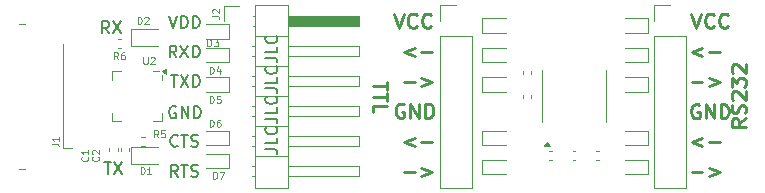
<source format=gbr>
%TF.GenerationSoftware,KiCad,Pcbnew,9.0.2-9.0.2-0~ubuntu24.04.1*%
%TF.CreationDate,2025-05-22T23:02:18+02:00*%
%TF.ProjectId,USB-UART,5553422d-5541-4525-942e-6b696361645f,rev?*%
%TF.SameCoordinates,Original*%
%TF.FileFunction,Legend,Top*%
%TF.FilePolarity,Positive*%
%FSLAX46Y46*%
G04 Gerber Fmt 4.6, Leading zero omitted, Abs format (unit mm)*
G04 Created by KiCad (PCBNEW 9.0.2-9.0.2-0~ubuntu24.04.1) date 2025-05-22 23:02:18*
%MOMM*%
%LPD*%
G01*
G04 APERTURE LIST*
%ADD10C,0.250000*%
%ADD11C,0.150000*%
%ADD12C,0.200000*%
%ADD13C,0.125000*%
%ADD14C,0.120000*%
G04 APERTURE END LIST*
D10*
X191542142Y-96864098D02*
X190970714Y-97264098D01*
X191542142Y-97549812D02*
X190342142Y-97549812D01*
X190342142Y-97549812D02*
X190342142Y-97092669D01*
X190342142Y-97092669D02*
X190399285Y-96978384D01*
X190399285Y-96978384D02*
X190456428Y-96921241D01*
X190456428Y-96921241D02*
X190570714Y-96864098D01*
X190570714Y-96864098D02*
X190742142Y-96864098D01*
X190742142Y-96864098D02*
X190856428Y-96921241D01*
X190856428Y-96921241D02*
X190913571Y-96978384D01*
X190913571Y-96978384D02*
X190970714Y-97092669D01*
X190970714Y-97092669D02*
X190970714Y-97549812D01*
X191485000Y-96406955D02*
X191542142Y-96235527D01*
X191542142Y-96235527D02*
X191542142Y-95949812D01*
X191542142Y-95949812D02*
X191485000Y-95835527D01*
X191485000Y-95835527D02*
X191427857Y-95778384D01*
X191427857Y-95778384D02*
X191313571Y-95721241D01*
X191313571Y-95721241D02*
X191199285Y-95721241D01*
X191199285Y-95721241D02*
X191085000Y-95778384D01*
X191085000Y-95778384D02*
X191027857Y-95835527D01*
X191027857Y-95835527D02*
X190970714Y-95949812D01*
X190970714Y-95949812D02*
X190913571Y-96178384D01*
X190913571Y-96178384D02*
X190856428Y-96292669D01*
X190856428Y-96292669D02*
X190799285Y-96349812D01*
X190799285Y-96349812D02*
X190685000Y-96406955D01*
X190685000Y-96406955D02*
X190570714Y-96406955D01*
X190570714Y-96406955D02*
X190456428Y-96349812D01*
X190456428Y-96349812D02*
X190399285Y-96292669D01*
X190399285Y-96292669D02*
X190342142Y-96178384D01*
X190342142Y-96178384D02*
X190342142Y-95892669D01*
X190342142Y-95892669D02*
X190399285Y-95721241D01*
X190456428Y-95264098D02*
X190399285Y-95206955D01*
X190399285Y-95206955D02*
X190342142Y-95092670D01*
X190342142Y-95092670D02*
X190342142Y-94806955D01*
X190342142Y-94806955D02*
X190399285Y-94692670D01*
X190399285Y-94692670D02*
X190456428Y-94635527D01*
X190456428Y-94635527D02*
X190570714Y-94578384D01*
X190570714Y-94578384D02*
X190685000Y-94578384D01*
X190685000Y-94578384D02*
X190856428Y-94635527D01*
X190856428Y-94635527D02*
X191542142Y-95321241D01*
X191542142Y-95321241D02*
X191542142Y-94578384D01*
X190342142Y-94178384D02*
X190342142Y-93435527D01*
X190342142Y-93435527D02*
X190799285Y-93835527D01*
X190799285Y-93835527D02*
X190799285Y-93664098D01*
X190799285Y-93664098D02*
X190856428Y-93549813D01*
X190856428Y-93549813D02*
X190913571Y-93492670D01*
X190913571Y-93492670D02*
X191027857Y-93435527D01*
X191027857Y-93435527D02*
X191313571Y-93435527D01*
X191313571Y-93435527D02*
X191427857Y-93492670D01*
X191427857Y-93492670D02*
X191485000Y-93549813D01*
X191485000Y-93549813D02*
X191542142Y-93664098D01*
X191542142Y-93664098D02*
X191542142Y-94006955D01*
X191542142Y-94006955D02*
X191485000Y-94121241D01*
X191485000Y-94121241D02*
X191427857Y-94178384D01*
X190456428Y-92978384D02*
X190399285Y-92921241D01*
X190399285Y-92921241D02*
X190342142Y-92806956D01*
X190342142Y-92806956D02*
X190342142Y-92521241D01*
X190342142Y-92521241D02*
X190399285Y-92406956D01*
X190399285Y-92406956D02*
X190456428Y-92349813D01*
X190456428Y-92349813D02*
X190570714Y-92292670D01*
X190570714Y-92292670D02*
X190685000Y-92292670D01*
X190685000Y-92292670D02*
X190856428Y-92349813D01*
X190856428Y-92349813D02*
X191542142Y-93035527D01*
X191542142Y-93035527D02*
X191542142Y-92292670D01*
X161157857Y-93778758D02*
X161157857Y-94464473D01*
X159957857Y-94121615D02*
X161157857Y-94121615D01*
X161157857Y-94693044D02*
X161157857Y-95378759D01*
X159957857Y-95035901D02*
X161157857Y-95035901D01*
X159957857Y-96350187D02*
X159957857Y-95778759D01*
X159957857Y-95778759D02*
X161157857Y-95778759D01*
D11*
X150869819Y-99457506D02*
X151584104Y-99457506D01*
X151584104Y-99457506D02*
X151726961Y-99505125D01*
X151726961Y-99505125D02*
X151822200Y-99600363D01*
X151822200Y-99600363D02*
X151869819Y-99743220D01*
X151869819Y-99743220D02*
X151869819Y-99838458D01*
X151869819Y-98505125D02*
X151869819Y-98981315D01*
X151869819Y-98981315D02*
X150869819Y-98981315D01*
X151774580Y-97600363D02*
X151822200Y-97647982D01*
X151822200Y-97647982D02*
X151869819Y-97790839D01*
X151869819Y-97790839D02*
X151869819Y-97886077D01*
X151869819Y-97886077D02*
X151822200Y-98028934D01*
X151822200Y-98028934D02*
X151726961Y-98124172D01*
X151726961Y-98124172D02*
X151631723Y-98171791D01*
X151631723Y-98171791D02*
X151441247Y-98219410D01*
X151441247Y-98219410D02*
X151298390Y-98219410D01*
X151298390Y-98219410D02*
X151107914Y-98171791D01*
X151107914Y-98171791D02*
X151012676Y-98124172D01*
X151012676Y-98124172D02*
X150917438Y-98028934D01*
X150917438Y-98028934D02*
X150869819Y-97886077D01*
X150869819Y-97886077D02*
X150869819Y-97790839D01*
X150869819Y-97790839D02*
X150917438Y-97647982D01*
X150917438Y-97647982D02*
X150965057Y-97600363D01*
X150869819Y-96886077D02*
X151584104Y-96886077D01*
X151584104Y-96886077D02*
X151726961Y-96933696D01*
X151726961Y-96933696D02*
X151822200Y-97028934D01*
X151822200Y-97028934D02*
X151869819Y-97171791D01*
X151869819Y-97171791D02*
X151869819Y-97267029D01*
X151869819Y-95933696D02*
X151869819Y-96409886D01*
X151869819Y-96409886D02*
X150869819Y-96409886D01*
X151774580Y-95028934D02*
X151822200Y-95076553D01*
X151822200Y-95076553D02*
X151869819Y-95219410D01*
X151869819Y-95219410D02*
X151869819Y-95314648D01*
X151869819Y-95314648D02*
X151822200Y-95457505D01*
X151822200Y-95457505D02*
X151726961Y-95552743D01*
X151726961Y-95552743D02*
X151631723Y-95600362D01*
X151631723Y-95600362D02*
X151441247Y-95647981D01*
X151441247Y-95647981D02*
X151298390Y-95647981D01*
X151298390Y-95647981D02*
X151107914Y-95600362D01*
X151107914Y-95600362D02*
X151012676Y-95552743D01*
X151012676Y-95552743D02*
X150917438Y-95457505D01*
X150917438Y-95457505D02*
X150869819Y-95314648D01*
X150869819Y-95314648D02*
X150869819Y-95219410D01*
X150869819Y-95219410D02*
X150917438Y-95076553D01*
X150917438Y-95076553D02*
X150965057Y-95028934D01*
X150869819Y-94314648D02*
X151584104Y-94314648D01*
X151584104Y-94314648D02*
X151726961Y-94362267D01*
X151726961Y-94362267D02*
X151822200Y-94457505D01*
X151822200Y-94457505D02*
X151869819Y-94600362D01*
X151869819Y-94600362D02*
X151869819Y-94695600D01*
X151869819Y-93362267D02*
X151869819Y-93838457D01*
X151869819Y-93838457D02*
X150869819Y-93838457D01*
X151774580Y-92457505D02*
X151822200Y-92505124D01*
X151822200Y-92505124D02*
X151869819Y-92647981D01*
X151869819Y-92647981D02*
X151869819Y-92743219D01*
X151869819Y-92743219D02*
X151822200Y-92886076D01*
X151822200Y-92886076D02*
X151726961Y-92981314D01*
X151726961Y-92981314D02*
X151631723Y-93028933D01*
X151631723Y-93028933D02*
X151441247Y-93076552D01*
X151441247Y-93076552D02*
X151298390Y-93076552D01*
X151298390Y-93076552D02*
X151107914Y-93028933D01*
X151107914Y-93028933D02*
X151012676Y-92981314D01*
X151012676Y-92981314D02*
X150917438Y-92886076D01*
X150917438Y-92886076D02*
X150869819Y-92743219D01*
X150869819Y-92743219D02*
X150869819Y-92647981D01*
X150869819Y-92647981D02*
X150917438Y-92505124D01*
X150917438Y-92505124D02*
X150965057Y-92457505D01*
X150869819Y-91743219D02*
X151584104Y-91743219D01*
X151584104Y-91743219D02*
X151726961Y-91790838D01*
X151726961Y-91790838D02*
X151822200Y-91886076D01*
X151822200Y-91886076D02*
X151869819Y-92028933D01*
X151869819Y-92028933D02*
X151869819Y-92124171D01*
X151869819Y-90790838D02*
X151869819Y-91267028D01*
X151869819Y-91267028D02*
X150869819Y-91267028D01*
X151774580Y-89886076D02*
X151822200Y-89933695D01*
X151822200Y-89933695D02*
X151869819Y-90076552D01*
X151869819Y-90076552D02*
X151869819Y-90171790D01*
X151869819Y-90171790D02*
X151822200Y-90314647D01*
X151822200Y-90314647D02*
X151726961Y-90409885D01*
X151726961Y-90409885D02*
X151631723Y-90457504D01*
X151631723Y-90457504D02*
X151441247Y-90505123D01*
X151441247Y-90505123D02*
X151298390Y-90505123D01*
X151298390Y-90505123D02*
X151107914Y-90457504D01*
X151107914Y-90457504D02*
X151012676Y-90409885D01*
X151012676Y-90409885D02*
X150917438Y-90314647D01*
X150917438Y-90314647D02*
X150869819Y-90171790D01*
X150869819Y-90171790D02*
X150869819Y-90076552D01*
X150869819Y-90076552D02*
X150917438Y-89933695D01*
X150917438Y-89933695D02*
X150965057Y-89886076D01*
D10*
X187573758Y-95724285D02*
X187459473Y-95667142D01*
X187459473Y-95667142D02*
X187288044Y-95667142D01*
X187288044Y-95667142D02*
X187116615Y-95724285D01*
X187116615Y-95724285D02*
X187002330Y-95838571D01*
X187002330Y-95838571D02*
X186945187Y-95952857D01*
X186945187Y-95952857D02*
X186888044Y-96181428D01*
X186888044Y-96181428D02*
X186888044Y-96352857D01*
X186888044Y-96352857D02*
X186945187Y-96581428D01*
X186945187Y-96581428D02*
X187002330Y-96695714D01*
X187002330Y-96695714D02*
X187116615Y-96810000D01*
X187116615Y-96810000D02*
X187288044Y-96867142D01*
X187288044Y-96867142D02*
X187402330Y-96867142D01*
X187402330Y-96867142D02*
X187573758Y-96810000D01*
X187573758Y-96810000D02*
X187630901Y-96752857D01*
X187630901Y-96752857D02*
X187630901Y-96352857D01*
X187630901Y-96352857D02*
X187402330Y-96352857D01*
X188145187Y-96867142D02*
X188145187Y-95667142D01*
X188145187Y-95667142D02*
X188830901Y-96867142D01*
X188830901Y-96867142D02*
X188830901Y-95667142D01*
X189402330Y-96867142D02*
X189402330Y-95667142D01*
X189402330Y-95667142D02*
X189688044Y-95667142D01*
X189688044Y-95667142D02*
X189859473Y-95724285D01*
X189859473Y-95724285D02*
X189973758Y-95838571D01*
X189973758Y-95838571D02*
X190030901Y-95952857D01*
X190030901Y-95952857D02*
X190088044Y-96181428D01*
X190088044Y-96181428D02*
X190088044Y-96352857D01*
X190088044Y-96352857D02*
X190030901Y-96581428D01*
X190030901Y-96581428D02*
X189973758Y-96695714D01*
X189973758Y-96695714D02*
X189859473Y-96810000D01*
X189859473Y-96810000D02*
X189688044Y-96867142D01*
X189688044Y-96867142D02*
X189402330Y-96867142D01*
X186938758Y-87992142D02*
X187338758Y-89192142D01*
X187338758Y-89192142D02*
X187738758Y-87992142D01*
X188824472Y-89077857D02*
X188767329Y-89135000D01*
X188767329Y-89135000D02*
X188595901Y-89192142D01*
X188595901Y-89192142D02*
X188481615Y-89192142D01*
X188481615Y-89192142D02*
X188310186Y-89135000D01*
X188310186Y-89135000D02*
X188195901Y-89020714D01*
X188195901Y-89020714D02*
X188138758Y-88906428D01*
X188138758Y-88906428D02*
X188081615Y-88677857D01*
X188081615Y-88677857D02*
X188081615Y-88506428D01*
X188081615Y-88506428D02*
X188138758Y-88277857D01*
X188138758Y-88277857D02*
X188195901Y-88163571D01*
X188195901Y-88163571D02*
X188310186Y-88049285D01*
X188310186Y-88049285D02*
X188481615Y-87992142D01*
X188481615Y-87992142D02*
X188595901Y-87992142D01*
X188595901Y-87992142D02*
X188767329Y-88049285D01*
X188767329Y-88049285D02*
X188824472Y-88106428D01*
X190024472Y-89077857D02*
X189967329Y-89135000D01*
X189967329Y-89135000D02*
X189795901Y-89192142D01*
X189795901Y-89192142D02*
X189681615Y-89192142D01*
X189681615Y-89192142D02*
X189510186Y-89135000D01*
X189510186Y-89135000D02*
X189395901Y-89020714D01*
X189395901Y-89020714D02*
X189338758Y-88906428D01*
X189338758Y-88906428D02*
X189281615Y-88677857D01*
X189281615Y-88677857D02*
X189281615Y-88506428D01*
X189281615Y-88506428D02*
X189338758Y-88277857D01*
X189338758Y-88277857D02*
X189395901Y-88163571D01*
X189395901Y-88163571D02*
X189510186Y-88049285D01*
X189510186Y-88049285D02*
X189681615Y-87992142D01*
X189681615Y-87992142D02*
X189795901Y-87992142D01*
X189795901Y-87992142D02*
X189967329Y-88049285D01*
X189967329Y-88049285D02*
X190024472Y-88106428D01*
X162578758Y-95669285D02*
X162464473Y-95612142D01*
X162464473Y-95612142D02*
X162293044Y-95612142D01*
X162293044Y-95612142D02*
X162121615Y-95669285D01*
X162121615Y-95669285D02*
X162007330Y-95783571D01*
X162007330Y-95783571D02*
X161950187Y-95897857D01*
X161950187Y-95897857D02*
X161893044Y-96126428D01*
X161893044Y-96126428D02*
X161893044Y-96297857D01*
X161893044Y-96297857D02*
X161950187Y-96526428D01*
X161950187Y-96526428D02*
X162007330Y-96640714D01*
X162007330Y-96640714D02*
X162121615Y-96755000D01*
X162121615Y-96755000D02*
X162293044Y-96812142D01*
X162293044Y-96812142D02*
X162407330Y-96812142D01*
X162407330Y-96812142D02*
X162578758Y-96755000D01*
X162578758Y-96755000D02*
X162635901Y-96697857D01*
X162635901Y-96697857D02*
X162635901Y-96297857D01*
X162635901Y-96297857D02*
X162407330Y-96297857D01*
X163150187Y-96812142D02*
X163150187Y-95612142D01*
X163150187Y-95612142D02*
X163835901Y-96812142D01*
X163835901Y-96812142D02*
X163835901Y-95612142D01*
X164407330Y-96812142D02*
X164407330Y-95612142D01*
X164407330Y-95612142D02*
X164693044Y-95612142D01*
X164693044Y-95612142D02*
X164864473Y-95669285D01*
X164864473Y-95669285D02*
X164978758Y-95783571D01*
X164978758Y-95783571D02*
X165035901Y-95897857D01*
X165035901Y-95897857D02*
X165093044Y-96126428D01*
X165093044Y-96126428D02*
X165093044Y-96297857D01*
X165093044Y-96297857D02*
X165035901Y-96526428D01*
X165035901Y-96526428D02*
X164978758Y-96640714D01*
X164978758Y-96640714D02*
X164864473Y-96755000D01*
X164864473Y-96755000D02*
X164693044Y-96812142D01*
X164693044Y-96812142D02*
X164407330Y-96812142D01*
X161778758Y-87992142D02*
X162178758Y-89192142D01*
X162178758Y-89192142D02*
X162578758Y-87992142D01*
X163664472Y-89077857D02*
X163607329Y-89135000D01*
X163607329Y-89135000D02*
X163435901Y-89192142D01*
X163435901Y-89192142D02*
X163321615Y-89192142D01*
X163321615Y-89192142D02*
X163150186Y-89135000D01*
X163150186Y-89135000D02*
X163035901Y-89020714D01*
X163035901Y-89020714D02*
X162978758Y-88906428D01*
X162978758Y-88906428D02*
X162921615Y-88677857D01*
X162921615Y-88677857D02*
X162921615Y-88506428D01*
X162921615Y-88506428D02*
X162978758Y-88277857D01*
X162978758Y-88277857D02*
X163035901Y-88163571D01*
X163035901Y-88163571D02*
X163150186Y-88049285D01*
X163150186Y-88049285D02*
X163321615Y-87992142D01*
X163321615Y-87992142D02*
X163435901Y-87992142D01*
X163435901Y-87992142D02*
X163607329Y-88049285D01*
X163607329Y-88049285D02*
X163664472Y-88106428D01*
X164864472Y-89077857D02*
X164807329Y-89135000D01*
X164807329Y-89135000D02*
X164635901Y-89192142D01*
X164635901Y-89192142D02*
X164521615Y-89192142D01*
X164521615Y-89192142D02*
X164350186Y-89135000D01*
X164350186Y-89135000D02*
X164235901Y-89020714D01*
X164235901Y-89020714D02*
X164178758Y-88906428D01*
X164178758Y-88906428D02*
X164121615Y-88677857D01*
X164121615Y-88677857D02*
X164121615Y-88506428D01*
X164121615Y-88506428D02*
X164178758Y-88277857D01*
X164178758Y-88277857D02*
X164235901Y-88163571D01*
X164235901Y-88163571D02*
X164350186Y-88049285D01*
X164350186Y-88049285D02*
X164521615Y-87992142D01*
X164521615Y-87992142D02*
X164635901Y-87992142D01*
X164635901Y-87992142D02*
X164807329Y-88049285D01*
X164807329Y-88049285D02*
X164864472Y-88106428D01*
X187864473Y-90932142D02*
X186950187Y-91275000D01*
X186950187Y-91275000D02*
X187864473Y-91617857D01*
X188435901Y-91275000D02*
X189350187Y-91275000D01*
X163499473Y-90932142D02*
X162585187Y-91275000D01*
X162585187Y-91275000D02*
X163499473Y-91617857D01*
X164070901Y-91275000D02*
X164985187Y-91275000D01*
X187864473Y-98552142D02*
X186950187Y-98895000D01*
X186950187Y-98895000D02*
X187864473Y-99237857D01*
X188435901Y-98895000D02*
X189350187Y-98895000D01*
X163499473Y-98552142D02*
X162585187Y-98895000D01*
X162585187Y-98895000D02*
X163499473Y-99237857D01*
X164070901Y-98895000D02*
X164985187Y-98895000D01*
X162585187Y-101435000D02*
X163499473Y-101435000D01*
X164070901Y-101092142D02*
X164985187Y-101435000D01*
X164985187Y-101435000D02*
X164070901Y-101777857D01*
X186950187Y-101435000D02*
X187864473Y-101435000D01*
X188435901Y-101092142D02*
X189350187Y-101435000D01*
X189350187Y-101435000D02*
X188435901Y-101777857D01*
X162585187Y-93815000D02*
X163499473Y-93815000D01*
X164070901Y-93472142D02*
X164985187Y-93815000D01*
X164985187Y-93815000D02*
X164070901Y-94157857D01*
X186950187Y-93815000D02*
X187864473Y-93815000D01*
X188435901Y-93472142D02*
X189350187Y-93815000D01*
X189350187Y-93815000D02*
X188435901Y-94157857D01*
D12*
X143441101Y-101802219D02*
X143107768Y-101326028D01*
X142869673Y-101802219D02*
X142869673Y-100802219D01*
X142869673Y-100802219D02*
X143250625Y-100802219D01*
X143250625Y-100802219D02*
X143345863Y-100849838D01*
X143345863Y-100849838D02*
X143393482Y-100897457D01*
X143393482Y-100897457D02*
X143441101Y-100992695D01*
X143441101Y-100992695D02*
X143441101Y-101135552D01*
X143441101Y-101135552D02*
X143393482Y-101230790D01*
X143393482Y-101230790D02*
X143345863Y-101278409D01*
X143345863Y-101278409D02*
X143250625Y-101326028D01*
X143250625Y-101326028D02*
X142869673Y-101326028D01*
X143726816Y-100802219D02*
X144298244Y-100802219D01*
X144012530Y-101802219D02*
X144012530Y-100802219D01*
X144583959Y-101754600D02*
X144726816Y-101802219D01*
X144726816Y-101802219D02*
X144964911Y-101802219D01*
X144964911Y-101802219D02*
X145060149Y-101754600D01*
X145060149Y-101754600D02*
X145107768Y-101706980D01*
X145107768Y-101706980D02*
X145155387Y-101611742D01*
X145155387Y-101611742D02*
X145155387Y-101516504D01*
X145155387Y-101516504D02*
X145107768Y-101421266D01*
X145107768Y-101421266D02*
X145060149Y-101373647D01*
X145060149Y-101373647D02*
X144964911Y-101326028D01*
X144964911Y-101326028D02*
X144774435Y-101278409D01*
X144774435Y-101278409D02*
X144679197Y-101230790D01*
X144679197Y-101230790D02*
X144631578Y-101183171D01*
X144631578Y-101183171D02*
X144583959Y-101087933D01*
X144583959Y-101087933D02*
X144583959Y-100992695D01*
X144583959Y-100992695D02*
X144631578Y-100897457D01*
X144631578Y-100897457D02*
X144679197Y-100849838D01*
X144679197Y-100849838D02*
X144774435Y-100802219D01*
X144774435Y-100802219D02*
X145012530Y-100802219D01*
X145012530Y-100802219D02*
X145155387Y-100849838D01*
X143289482Y-95884838D02*
X143194244Y-95837219D01*
X143194244Y-95837219D02*
X143051387Y-95837219D01*
X143051387Y-95837219D02*
X142908530Y-95884838D01*
X142908530Y-95884838D02*
X142813292Y-95980076D01*
X142813292Y-95980076D02*
X142765673Y-96075314D01*
X142765673Y-96075314D02*
X142718054Y-96265790D01*
X142718054Y-96265790D02*
X142718054Y-96408647D01*
X142718054Y-96408647D02*
X142765673Y-96599123D01*
X142765673Y-96599123D02*
X142813292Y-96694361D01*
X142813292Y-96694361D02*
X142908530Y-96789600D01*
X142908530Y-96789600D02*
X143051387Y-96837219D01*
X143051387Y-96837219D02*
X143146625Y-96837219D01*
X143146625Y-96837219D02*
X143289482Y-96789600D01*
X143289482Y-96789600D02*
X143337101Y-96741980D01*
X143337101Y-96741980D02*
X143337101Y-96408647D01*
X143337101Y-96408647D02*
X143146625Y-96408647D01*
X143765673Y-96837219D02*
X143765673Y-95837219D01*
X143765673Y-95837219D02*
X144337101Y-96837219D01*
X144337101Y-96837219D02*
X144337101Y-95837219D01*
X144813292Y-96837219D02*
X144813292Y-95837219D01*
X144813292Y-95837219D02*
X145051387Y-95837219D01*
X145051387Y-95837219D02*
X145194244Y-95884838D01*
X145194244Y-95884838D02*
X145289482Y-95980076D01*
X145289482Y-95980076D02*
X145337101Y-96075314D01*
X145337101Y-96075314D02*
X145384720Y-96265790D01*
X145384720Y-96265790D02*
X145384720Y-96408647D01*
X145384720Y-96408647D02*
X145337101Y-96599123D01*
X145337101Y-96599123D02*
X145289482Y-96694361D01*
X145289482Y-96694361D02*
X145194244Y-96789600D01*
X145194244Y-96789600D02*
X145051387Y-96837219D01*
X145051387Y-96837219D02*
X144813292Y-96837219D01*
X143337101Y-91702219D02*
X143003768Y-91226028D01*
X142765673Y-91702219D02*
X142765673Y-90702219D01*
X142765673Y-90702219D02*
X143146625Y-90702219D01*
X143146625Y-90702219D02*
X143241863Y-90749838D01*
X143241863Y-90749838D02*
X143289482Y-90797457D01*
X143289482Y-90797457D02*
X143337101Y-90892695D01*
X143337101Y-90892695D02*
X143337101Y-91035552D01*
X143337101Y-91035552D02*
X143289482Y-91130790D01*
X143289482Y-91130790D02*
X143241863Y-91178409D01*
X143241863Y-91178409D02*
X143146625Y-91226028D01*
X143146625Y-91226028D02*
X142765673Y-91226028D01*
X143670435Y-90702219D02*
X144337101Y-91702219D01*
X144337101Y-90702219D02*
X143670435Y-91702219D01*
X144718054Y-91702219D02*
X144718054Y-90702219D01*
X144718054Y-90702219D02*
X144956149Y-90702219D01*
X144956149Y-90702219D02*
X145099006Y-90749838D01*
X145099006Y-90749838D02*
X145194244Y-90845076D01*
X145194244Y-90845076D02*
X145241863Y-90940314D01*
X145241863Y-90940314D02*
X145289482Y-91130790D01*
X145289482Y-91130790D02*
X145289482Y-91273647D01*
X145289482Y-91273647D02*
X145241863Y-91464123D01*
X145241863Y-91464123D02*
X145194244Y-91559361D01*
X145194244Y-91559361D02*
X145099006Y-91654600D01*
X145099006Y-91654600D02*
X144956149Y-91702219D01*
X144956149Y-91702219D02*
X144718054Y-91702219D01*
X142726816Y-88202219D02*
X143060149Y-89202219D01*
X143060149Y-89202219D02*
X143393482Y-88202219D01*
X143726816Y-89202219D02*
X143726816Y-88202219D01*
X143726816Y-88202219D02*
X143964911Y-88202219D01*
X143964911Y-88202219D02*
X144107768Y-88249838D01*
X144107768Y-88249838D02*
X144203006Y-88345076D01*
X144203006Y-88345076D02*
X144250625Y-88440314D01*
X144250625Y-88440314D02*
X144298244Y-88630790D01*
X144298244Y-88630790D02*
X144298244Y-88773647D01*
X144298244Y-88773647D02*
X144250625Y-88964123D01*
X144250625Y-88964123D02*
X144203006Y-89059361D01*
X144203006Y-89059361D02*
X144107768Y-89154600D01*
X144107768Y-89154600D02*
X143964911Y-89202219D01*
X143964911Y-89202219D02*
X143726816Y-89202219D01*
X144726816Y-89202219D02*
X144726816Y-88202219D01*
X144726816Y-88202219D02*
X144964911Y-88202219D01*
X144964911Y-88202219D02*
X145107768Y-88249838D01*
X145107768Y-88249838D02*
X145203006Y-88345076D01*
X145203006Y-88345076D02*
X145250625Y-88440314D01*
X145250625Y-88440314D02*
X145298244Y-88630790D01*
X145298244Y-88630790D02*
X145298244Y-88773647D01*
X145298244Y-88773647D02*
X145250625Y-88964123D01*
X145250625Y-88964123D02*
X145203006Y-89059361D01*
X145203006Y-89059361D02*
X145107768Y-89154600D01*
X145107768Y-89154600D02*
X144964911Y-89202219D01*
X144964911Y-89202219D02*
X144726816Y-89202219D01*
X143441101Y-99166980D02*
X143393482Y-99214600D01*
X143393482Y-99214600D02*
X143250625Y-99262219D01*
X143250625Y-99262219D02*
X143155387Y-99262219D01*
X143155387Y-99262219D02*
X143012530Y-99214600D01*
X143012530Y-99214600D02*
X142917292Y-99119361D01*
X142917292Y-99119361D02*
X142869673Y-99024123D01*
X142869673Y-99024123D02*
X142822054Y-98833647D01*
X142822054Y-98833647D02*
X142822054Y-98690790D01*
X142822054Y-98690790D02*
X142869673Y-98500314D01*
X142869673Y-98500314D02*
X142917292Y-98405076D01*
X142917292Y-98405076D02*
X143012530Y-98309838D01*
X143012530Y-98309838D02*
X143155387Y-98262219D01*
X143155387Y-98262219D02*
X143250625Y-98262219D01*
X143250625Y-98262219D02*
X143393482Y-98309838D01*
X143393482Y-98309838D02*
X143441101Y-98357457D01*
X143726816Y-98262219D02*
X144298244Y-98262219D01*
X144012530Y-99262219D02*
X144012530Y-98262219D01*
X144583959Y-99214600D02*
X144726816Y-99262219D01*
X144726816Y-99262219D02*
X144964911Y-99262219D01*
X144964911Y-99262219D02*
X145060149Y-99214600D01*
X145060149Y-99214600D02*
X145107768Y-99166980D01*
X145107768Y-99166980D02*
X145155387Y-99071742D01*
X145155387Y-99071742D02*
X145155387Y-98976504D01*
X145155387Y-98976504D02*
X145107768Y-98881266D01*
X145107768Y-98881266D02*
X145060149Y-98833647D01*
X145060149Y-98833647D02*
X144964911Y-98786028D01*
X144964911Y-98786028D02*
X144774435Y-98738409D01*
X144774435Y-98738409D02*
X144679197Y-98690790D01*
X144679197Y-98690790D02*
X144631578Y-98643171D01*
X144631578Y-98643171D02*
X144583959Y-98547933D01*
X144583959Y-98547933D02*
X144583959Y-98452695D01*
X144583959Y-98452695D02*
X144631578Y-98357457D01*
X144631578Y-98357457D02*
X144679197Y-98309838D01*
X144679197Y-98309838D02*
X144774435Y-98262219D01*
X144774435Y-98262219D02*
X145012530Y-98262219D01*
X145012530Y-98262219D02*
X145155387Y-98309838D01*
X142876816Y-93182219D02*
X143448244Y-93182219D01*
X143162530Y-94182219D02*
X143162530Y-93182219D01*
X143686340Y-93182219D02*
X144353006Y-94182219D01*
X144353006Y-93182219D02*
X143686340Y-94182219D01*
X144733959Y-94182219D02*
X144733959Y-93182219D01*
X144733959Y-93182219D02*
X144972054Y-93182219D01*
X144972054Y-93182219D02*
X145114911Y-93229838D01*
X145114911Y-93229838D02*
X145210149Y-93325076D01*
X145210149Y-93325076D02*
X145257768Y-93420314D01*
X145257768Y-93420314D02*
X145305387Y-93610790D01*
X145305387Y-93610790D02*
X145305387Y-93753647D01*
X145305387Y-93753647D02*
X145257768Y-93944123D01*
X145257768Y-93944123D02*
X145210149Y-94039361D01*
X145210149Y-94039361D02*
X145114911Y-94134600D01*
X145114911Y-94134600D02*
X144972054Y-94182219D01*
X144972054Y-94182219D02*
X144733959Y-94182219D01*
D13*
X132771071Y-99000000D02*
X133199642Y-99000000D01*
X133199642Y-99000000D02*
X133285357Y-99028571D01*
X133285357Y-99028571D02*
X133342500Y-99085714D01*
X133342500Y-99085714D02*
X133371071Y-99171428D01*
X133371071Y-99171428D02*
X133371071Y-99228571D01*
X133371071Y-98400000D02*
X133371071Y-98742857D01*
X133371071Y-98571428D02*
X132771071Y-98571428D01*
X132771071Y-98571428D02*
X132856785Y-98628571D01*
X132856785Y-98628571D02*
X132913928Y-98685714D01*
X132913928Y-98685714D02*
X132942500Y-98742857D01*
X140307143Y-101571071D02*
X140307143Y-100971071D01*
X140307143Y-100971071D02*
X140450000Y-100971071D01*
X140450000Y-100971071D02*
X140535714Y-100999642D01*
X140535714Y-100999642D02*
X140592857Y-101056785D01*
X140592857Y-101056785D02*
X140621428Y-101113928D01*
X140621428Y-101113928D02*
X140650000Y-101228214D01*
X140650000Y-101228214D02*
X140650000Y-101313928D01*
X140650000Y-101313928D02*
X140621428Y-101428214D01*
X140621428Y-101428214D02*
X140592857Y-101485357D01*
X140592857Y-101485357D02*
X140535714Y-101542500D01*
X140535714Y-101542500D02*
X140450000Y-101571071D01*
X140450000Y-101571071D02*
X140307143Y-101571071D01*
X141221428Y-101571071D02*
X140878571Y-101571071D01*
X141050000Y-101571071D02*
X141050000Y-100971071D01*
X141050000Y-100971071D02*
X140992857Y-101056785D01*
X140992857Y-101056785D02*
X140935714Y-101113928D01*
X140935714Y-101113928D02*
X140878571Y-101142500D01*
D12*
X137238095Y-100552219D02*
X137809523Y-100552219D01*
X137523809Y-101552219D02*
X137523809Y-100552219D01*
X138047619Y-100552219D02*
X138714285Y-101552219D01*
X138714285Y-100552219D02*
X138047619Y-101552219D01*
D13*
X146457143Y-101971071D02*
X146457143Y-101371071D01*
X146457143Y-101371071D02*
X146600000Y-101371071D01*
X146600000Y-101371071D02*
X146685714Y-101399642D01*
X146685714Y-101399642D02*
X146742857Y-101456785D01*
X146742857Y-101456785D02*
X146771428Y-101513928D01*
X146771428Y-101513928D02*
X146800000Y-101628214D01*
X146800000Y-101628214D02*
X146800000Y-101713928D01*
X146800000Y-101713928D02*
X146771428Y-101828214D01*
X146771428Y-101828214D02*
X146742857Y-101885357D01*
X146742857Y-101885357D02*
X146685714Y-101942500D01*
X146685714Y-101942500D02*
X146600000Y-101971071D01*
X146600000Y-101971071D02*
X146457143Y-101971071D01*
X147000000Y-101371071D02*
X147400000Y-101371071D01*
X147400000Y-101371071D02*
X147142857Y-101971071D01*
X140057143Y-88871071D02*
X140057143Y-88271071D01*
X140057143Y-88271071D02*
X140200000Y-88271071D01*
X140200000Y-88271071D02*
X140285714Y-88299642D01*
X140285714Y-88299642D02*
X140342857Y-88356785D01*
X140342857Y-88356785D02*
X140371428Y-88413928D01*
X140371428Y-88413928D02*
X140400000Y-88528214D01*
X140400000Y-88528214D02*
X140400000Y-88613928D01*
X140400000Y-88613928D02*
X140371428Y-88728214D01*
X140371428Y-88728214D02*
X140342857Y-88785357D01*
X140342857Y-88785357D02*
X140285714Y-88842500D01*
X140285714Y-88842500D02*
X140200000Y-88871071D01*
X140200000Y-88871071D02*
X140057143Y-88871071D01*
X140628571Y-88328214D02*
X140657143Y-88299642D01*
X140657143Y-88299642D02*
X140714286Y-88271071D01*
X140714286Y-88271071D02*
X140857143Y-88271071D01*
X140857143Y-88271071D02*
X140914286Y-88299642D01*
X140914286Y-88299642D02*
X140942857Y-88328214D01*
X140942857Y-88328214D02*
X140971428Y-88385357D01*
X140971428Y-88385357D02*
X140971428Y-88442500D01*
X140971428Y-88442500D02*
X140942857Y-88528214D01*
X140942857Y-88528214D02*
X140600000Y-88871071D01*
X140600000Y-88871071D02*
X140971428Y-88871071D01*
D12*
X137633333Y-89652219D02*
X137300000Y-89176028D01*
X137061905Y-89652219D02*
X137061905Y-88652219D01*
X137061905Y-88652219D02*
X137442857Y-88652219D01*
X137442857Y-88652219D02*
X137538095Y-88699838D01*
X137538095Y-88699838D02*
X137585714Y-88747457D01*
X137585714Y-88747457D02*
X137633333Y-88842695D01*
X137633333Y-88842695D02*
X137633333Y-88985552D01*
X137633333Y-88985552D02*
X137585714Y-89080790D01*
X137585714Y-89080790D02*
X137538095Y-89128409D01*
X137538095Y-89128409D02*
X137442857Y-89176028D01*
X137442857Y-89176028D02*
X137061905Y-89176028D01*
X137966667Y-88652219D02*
X138633333Y-89652219D01*
X138633333Y-88652219D02*
X137966667Y-89652219D01*
D13*
X141800000Y-98471071D02*
X141600000Y-98185357D01*
X141457143Y-98471071D02*
X141457143Y-97871071D01*
X141457143Y-97871071D02*
X141685714Y-97871071D01*
X141685714Y-97871071D02*
X141742857Y-97899642D01*
X141742857Y-97899642D02*
X141771428Y-97928214D01*
X141771428Y-97928214D02*
X141800000Y-97985357D01*
X141800000Y-97985357D02*
X141800000Y-98071071D01*
X141800000Y-98071071D02*
X141771428Y-98128214D01*
X141771428Y-98128214D02*
X141742857Y-98156785D01*
X141742857Y-98156785D02*
X141685714Y-98185357D01*
X141685714Y-98185357D02*
X141457143Y-98185357D01*
X142342857Y-97871071D02*
X142057143Y-97871071D01*
X142057143Y-97871071D02*
X142028571Y-98156785D01*
X142028571Y-98156785D02*
X142057143Y-98128214D01*
X142057143Y-98128214D02*
X142114286Y-98099642D01*
X142114286Y-98099642D02*
X142257143Y-98099642D01*
X142257143Y-98099642D02*
X142314286Y-98128214D01*
X142314286Y-98128214D02*
X142342857Y-98156785D01*
X142342857Y-98156785D02*
X142371428Y-98213928D01*
X142371428Y-98213928D02*
X142371428Y-98356785D01*
X142371428Y-98356785D02*
X142342857Y-98413928D01*
X142342857Y-98413928D02*
X142314286Y-98442500D01*
X142314286Y-98442500D02*
X142257143Y-98471071D01*
X142257143Y-98471071D02*
X142114286Y-98471071D01*
X142114286Y-98471071D02*
X142057143Y-98442500D01*
X142057143Y-98442500D02*
X142028571Y-98413928D01*
X135813928Y-100099999D02*
X135842500Y-100128571D01*
X135842500Y-100128571D02*
X135871071Y-100214285D01*
X135871071Y-100214285D02*
X135871071Y-100271428D01*
X135871071Y-100271428D02*
X135842500Y-100357142D01*
X135842500Y-100357142D02*
X135785357Y-100414285D01*
X135785357Y-100414285D02*
X135728214Y-100442856D01*
X135728214Y-100442856D02*
X135613928Y-100471428D01*
X135613928Y-100471428D02*
X135528214Y-100471428D01*
X135528214Y-100471428D02*
X135413928Y-100442856D01*
X135413928Y-100442856D02*
X135356785Y-100414285D01*
X135356785Y-100414285D02*
X135299642Y-100357142D01*
X135299642Y-100357142D02*
X135271071Y-100271428D01*
X135271071Y-100271428D02*
X135271071Y-100214285D01*
X135271071Y-100214285D02*
X135299642Y-100128571D01*
X135299642Y-100128571D02*
X135328214Y-100099999D01*
X135871071Y-99528571D02*
X135871071Y-99871428D01*
X135871071Y-99699999D02*
X135271071Y-99699999D01*
X135271071Y-99699999D02*
X135356785Y-99757142D01*
X135356785Y-99757142D02*
X135413928Y-99814285D01*
X135413928Y-99814285D02*
X135442500Y-99871428D01*
X138400000Y-91871071D02*
X138200000Y-91585357D01*
X138057143Y-91871071D02*
X138057143Y-91271071D01*
X138057143Y-91271071D02*
X138285714Y-91271071D01*
X138285714Y-91271071D02*
X138342857Y-91299642D01*
X138342857Y-91299642D02*
X138371428Y-91328214D01*
X138371428Y-91328214D02*
X138400000Y-91385357D01*
X138400000Y-91385357D02*
X138400000Y-91471071D01*
X138400000Y-91471071D02*
X138371428Y-91528214D01*
X138371428Y-91528214D02*
X138342857Y-91556785D01*
X138342857Y-91556785D02*
X138285714Y-91585357D01*
X138285714Y-91585357D02*
X138057143Y-91585357D01*
X138914286Y-91271071D02*
X138800000Y-91271071D01*
X138800000Y-91271071D02*
X138742857Y-91299642D01*
X138742857Y-91299642D02*
X138714286Y-91328214D01*
X138714286Y-91328214D02*
X138657143Y-91413928D01*
X138657143Y-91413928D02*
X138628571Y-91528214D01*
X138628571Y-91528214D02*
X138628571Y-91756785D01*
X138628571Y-91756785D02*
X138657143Y-91813928D01*
X138657143Y-91813928D02*
X138685714Y-91842500D01*
X138685714Y-91842500D02*
X138742857Y-91871071D01*
X138742857Y-91871071D02*
X138857143Y-91871071D01*
X138857143Y-91871071D02*
X138914286Y-91842500D01*
X138914286Y-91842500D02*
X138942857Y-91813928D01*
X138942857Y-91813928D02*
X138971428Y-91756785D01*
X138971428Y-91756785D02*
X138971428Y-91613928D01*
X138971428Y-91613928D02*
X138942857Y-91556785D01*
X138942857Y-91556785D02*
X138914286Y-91528214D01*
X138914286Y-91528214D02*
X138857143Y-91499642D01*
X138857143Y-91499642D02*
X138742857Y-91499642D01*
X138742857Y-91499642D02*
X138685714Y-91528214D01*
X138685714Y-91528214D02*
X138657143Y-91556785D01*
X138657143Y-91556785D02*
X138628571Y-91613928D01*
X146157143Y-97571071D02*
X146157143Y-96971071D01*
X146157143Y-96971071D02*
X146300000Y-96971071D01*
X146300000Y-96971071D02*
X146385714Y-96999642D01*
X146385714Y-96999642D02*
X146442857Y-97056785D01*
X146442857Y-97056785D02*
X146471428Y-97113928D01*
X146471428Y-97113928D02*
X146500000Y-97228214D01*
X146500000Y-97228214D02*
X146500000Y-97313928D01*
X146500000Y-97313928D02*
X146471428Y-97428214D01*
X146471428Y-97428214D02*
X146442857Y-97485357D01*
X146442857Y-97485357D02*
X146385714Y-97542500D01*
X146385714Y-97542500D02*
X146300000Y-97571071D01*
X146300000Y-97571071D02*
X146157143Y-97571071D01*
X147014286Y-96971071D02*
X146900000Y-96971071D01*
X146900000Y-96971071D02*
X146842857Y-96999642D01*
X146842857Y-96999642D02*
X146814286Y-97028214D01*
X146814286Y-97028214D02*
X146757143Y-97113928D01*
X146757143Y-97113928D02*
X146728571Y-97228214D01*
X146728571Y-97228214D02*
X146728571Y-97456785D01*
X146728571Y-97456785D02*
X146757143Y-97513928D01*
X146757143Y-97513928D02*
X146785714Y-97542500D01*
X146785714Y-97542500D02*
X146842857Y-97571071D01*
X146842857Y-97571071D02*
X146957143Y-97571071D01*
X146957143Y-97571071D02*
X147014286Y-97542500D01*
X147014286Y-97542500D02*
X147042857Y-97513928D01*
X147042857Y-97513928D02*
X147071428Y-97456785D01*
X147071428Y-97456785D02*
X147071428Y-97313928D01*
X147071428Y-97313928D02*
X147042857Y-97256785D01*
X147042857Y-97256785D02*
X147014286Y-97228214D01*
X147014286Y-97228214D02*
X146957143Y-97199642D01*
X146957143Y-97199642D02*
X146842857Y-97199642D01*
X146842857Y-97199642D02*
X146785714Y-97228214D01*
X146785714Y-97228214D02*
X146757143Y-97256785D01*
X146757143Y-97256785D02*
X146728571Y-97313928D01*
X146157143Y-95571071D02*
X146157143Y-94971071D01*
X146157143Y-94971071D02*
X146300000Y-94971071D01*
X146300000Y-94971071D02*
X146385714Y-94999642D01*
X146385714Y-94999642D02*
X146442857Y-95056785D01*
X146442857Y-95056785D02*
X146471428Y-95113928D01*
X146471428Y-95113928D02*
X146500000Y-95228214D01*
X146500000Y-95228214D02*
X146500000Y-95313928D01*
X146500000Y-95313928D02*
X146471428Y-95428214D01*
X146471428Y-95428214D02*
X146442857Y-95485357D01*
X146442857Y-95485357D02*
X146385714Y-95542500D01*
X146385714Y-95542500D02*
X146300000Y-95571071D01*
X146300000Y-95571071D02*
X146157143Y-95571071D01*
X147042857Y-94971071D02*
X146757143Y-94971071D01*
X146757143Y-94971071D02*
X146728571Y-95256785D01*
X146728571Y-95256785D02*
X146757143Y-95228214D01*
X146757143Y-95228214D02*
X146814286Y-95199642D01*
X146814286Y-95199642D02*
X146957143Y-95199642D01*
X146957143Y-95199642D02*
X147014286Y-95228214D01*
X147014286Y-95228214D02*
X147042857Y-95256785D01*
X147042857Y-95256785D02*
X147071428Y-95313928D01*
X147071428Y-95313928D02*
X147071428Y-95456785D01*
X147071428Y-95456785D02*
X147042857Y-95513928D01*
X147042857Y-95513928D02*
X147014286Y-95542500D01*
X147014286Y-95542500D02*
X146957143Y-95571071D01*
X146957143Y-95571071D02*
X146814286Y-95571071D01*
X146814286Y-95571071D02*
X146757143Y-95542500D01*
X146757143Y-95542500D02*
X146728571Y-95513928D01*
X136713928Y-100099999D02*
X136742500Y-100128571D01*
X136742500Y-100128571D02*
X136771071Y-100214285D01*
X136771071Y-100214285D02*
X136771071Y-100271428D01*
X136771071Y-100271428D02*
X136742500Y-100357142D01*
X136742500Y-100357142D02*
X136685357Y-100414285D01*
X136685357Y-100414285D02*
X136628214Y-100442856D01*
X136628214Y-100442856D02*
X136513928Y-100471428D01*
X136513928Y-100471428D02*
X136428214Y-100471428D01*
X136428214Y-100471428D02*
X136313928Y-100442856D01*
X136313928Y-100442856D02*
X136256785Y-100414285D01*
X136256785Y-100414285D02*
X136199642Y-100357142D01*
X136199642Y-100357142D02*
X136171071Y-100271428D01*
X136171071Y-100271428D02*
X136171071Y-100214285D01*
X136171071Y-100214285D02*
X136199642Y-100128571D01*
X136199642Y-100128571D02*
X136228214Y-100099999D01*
X136228214Y-99871428D02*
X136199642Y-99842856D01*
X136199642Y-99842856D02*
X136171071Y-99785714D01*
X136171071Y-99785714D02*
X136171071Y-99642856D01*
X136171071Y-99642856D02*
X136199642Y-99585714D01*
X136199642Y-99585714D02*
X136228214Y-99557142D01*
X136228214Y-99557142D02*
X136285357Y-99528571D01*
X136285357Y-99528571D02*
X136342500Y-99528571D01*
X136342500Y-99528571D02*
X136428214Y-99557142D01*
X136428214Y-99557142D02*
X136771071Y-99899999D01*
X136771071Y-99899999D02*
X136771071Y-99528571D01*
X145957143Y-90771071D02*
X145957143Y-90171071D01*
X145957143Y-90171071D02*
X146100000Y-90171071D01*
X146100000Y-90171071D02*
X146185714Y-90199642D01*
X146185714Y-90199642D02*
X146242857Y-90256785D01*
X146242857Y-90256785D02*
X146271428Y-90313928D01*
X146271428Y-90313928D02*
X146300000Y-90428214D01*
X146300000Y-90428214D02*
X146300000Y-90513928D01*
X146300000Y-90513928D02*
X146271428Y-90628214D01*
X146271428Y-90628214D02*
X146242857Y-90685357D01*
X146242857Y-90685357D02*
X146185714Y-90742500D01*
X146185714Y-90742500D02*
X146100000Y-90771071D01*
X146100000Y-90771071D02*
X145957143Y-90771071D01*
X146500000Y-90171071D02*
X146871428Y-90171071D01*
X146871428Y-90171071D02*
X146671428Y-90399642D01*
X146671428Y-90399642D02*
X146757143Y-90399642D01*
X146757143Y-90399642D02*
X146814286Y-90428214D01*
X146814286Y-90428214D02*
X146842857Y-90456785D01*
X146842857Y-90456785D02*
X146871428Y-90513928D01*
X146871428Y-90513928D02*
X146871428Y-90656785D01*
X146871428Y-90656785D02*
X146842857Y-90713928D01*
X146842857Y-90713928D02*
X146814286Y-90742500D01*
X146814286Y-90742500D02*
X146757143Y-90771071D01*
X146757143Y-90771071D02*
X146585714Y-90771071D01*
X146585714Y-90771071D02*
X146528571Y-90742500D01*
X146528571Y-90742500D02*
X146500000Y-90713928D01*
X146157143Y-93071071D02*
X146157143Y-92471071D01*
X146157143Y-92471071D02*
X146300000Y-92471071D01*
X146300000Y-92471071D02*
X146385714Y-92499642D01*
X146385714Y-92499642D02*
X146442857Y-92556785D01*
X146442857Y-92556785D02*
X146471428Y-92613928D01*
X146471428Y-92613928D02*
X146500000Y-92728214D01*
X146500000Y-92728214D02*
X146500000Y-92813928D01*
X146500000Y-92813928D02*
X146471428Y-92928214D01*
X146471428Y-92928214D02*
X146442857Y-92985357D01*
X146442857Y-92985357D02*
X146385714Y-93042500D01*
X146385714Y-93042500D02*
X146300000Y-93071071D01*
X146300000Y-93071071D02*
X146157143Y-93071071D01*
X147014286Y-92671071D02*
X147014286Y-93071071D01*
X146871428Y-92442500D02*
X146728571Y-92871071D01*
X146728571Y-92871071D02*
X147100000Y-92871071D01*
X140542857Y-91671071D02*
X140542857Y-92156785D01*
X140542857Y-92156785D02*
X140571428Y-92213928D01*
X140571428Y-92213928D02*
X140600000Y-92242500D01*
X140600000Y-92242500D02*
X140657142Y-92271071D01*
X140657142Y-92271071D02*
X140771428Y-92271071D01*
X140771428Y-92271071D02*
X140828571Y-92242500D01*
X140828571Y-92242500D02*
X140857142Y-92213928D01*
X140857142Y-92213928D02*
X140885714Y-92156785D01*
X140885714Y-92156785D02*
X140885714Y-91671071D01*
X141142856Y-91728214D02*
X141171428Y-91699642D01*
X141171428Y-91699642D02*
X141228571Y-91671071D01*
X141228571Y-91671071D02*
X141371428Y-91671071D01*
X141371428Y-91671071D02*
X141428571Y-91699642D01*
X141428571Y-91699642D02*
X141457142Y-91728214D01*
X141457142Y-91728214D02*
X141485713Y-91785357D01*
X141485713Y-91785357D02*
X141485713Y-91842500D01*
X141485713Y-91842500D02*
X141457142Y-91928214D01*
X141457142Y-91928214D02*
X141114285Y-92271071D01*
X141114285Y-92271071D02*
X141485713Y-92271071D01*
X146371071Y-88200000D02*
X146799642Y-88200000D01*
X146799642Y-88200000D02*
X146885357Y-88228571D01*
X146885357Y-88228571D02*
X146942500Y-88285714D01*
X146942500Y-88285714D02*
X146971071Y-88371428D01*
X146971071Y-88371428D02*
X146971071Y-88428571D01*
X146428214Y-87942857D02*
X146399642Y-87914285D01*
X146399642Y-87914285D02*
X146371071Y-87857143D01*
X146371071Y-87857143D02*
X146371071Y-87714285D01*
X146371071Y-87714285D02*
X146399642Y-87657143D01*
X146399642Y-87657143D02*
X146428214Y-87628571D01*
X146428214Y-87628571D02*
X146485357Y-87600000D01*
X146485357Y-87600000D02*
X146542500Y-87600000D01*
X146542500Y-87600000D02*
X146628214Y-87628571D01*
X146628214Y-87628571D02*
X146971071Y-87971428D01*
X146971071Y-87971428D02*
X146971071Y-87600000D01*
D14*
%TO.C,J3*%
X183735000Y-87270000D02*
X185115000Y-87270000D01*
X183735000Y-88650000D02*
X183735000Y-87270000D01*
X183735000Y-89920000D02*
X183735000Y-102730000D01*
X183735000Y-89920000D02*
X186495000Y-89920000D01*
X183735000Y-102730000D02*
X186495000Y-102730000D01*
X186495000Y-89920000D02*
X186495000Y-102730000D01*
%TO.C,D17*%
X169240000Y-100400000D02*
X169240000Y-101600000D01*
X171200000Y-100400000D02*
X169240000Y-100400000D01*
X171200000Y-101600000D02*
X169240000Y-101600000D01*
%TO.C,D16*%
X169240000Y-97900000D02*
X169240000Y-99100000D01*
X171200000Y-97900000D02*
X169240000Y-97900000D01*
X171200000Y-99100000D02*
X169240000Y-99100000D01*
%TO.C,D15*%
X169240000Y-93400000D02*
X169240000Y-94600000D01*
X171200000Y-93400000D02*
X169240000Y-93400000D01*
X171200000Y-94600000D02*
X169240000Y-94600000D01*
%TO.C,D14*%
X169240000Y-90900000D02*
X169240000Y-92100000D01*
X171200000Y-90900000D02*
X169240000Y-90900000D01*
X171200000Y-92100000D02*
X169240000Y-92100000D01*
%TO.C,D13*%
X169240000Y-88400000D02*
X169240000Y-89600000D01*
X171200000Y-88400000D02*
X169240000Y-88400000D01*
X171200000Y-89600000D02*
X169240000Y-89600000D01*
%TO.C,D12*%
X183260000Y-101600000D02*
X183260000Y-100400000D01*
X181300000Y-101600000D02*
X183260000Y-101600000D01*
X181300000Y-100400000D02*
X183260000Y-100400000D01*
%TO.C,D11*%
X183260000Y-99100000D02*
X183260000Y-97900000D01*
X181300000Y-99100000D02*
X183260000Y-99100000D01*
X181300000Y-97900000D02*
X183260000Y-97900000D01*
%TO.C,D10*%
X183260000Y-94600000D02*
X183260000Y-93400000D01*
X181300000Y-94600000D02*
X183260000Y-94600000D01*
X181300000Y-93400000D02*
X183260000Y-93400000D01*
%TO.C,D9*%
X183260000Y-92100000D02*
X183260000Y-90900000D01*
X181300000Y-92100000D02*
X183260000Y-92100000D01*
X181300000Y-90900000D02*
X183260000Y-90900000D01*
%TO.C,D8*%
X183260000Y-89600000D02*
X183260000Y-88400000D01*
X181300000Y-89600000D02*
X183260000Y-89600000D01*
X181300000Y-88400000D02*
X183260000Y-88400000D01*
%TO.C,J4*%
X165620000Y-87270000D02*
X167000000Y-87270000D01*
X165620000Y-88650000D02*
X165620000Y-87270000D01*
X165620000Y-89920000D02*
X165620000Y-102730000D01*
X165620000Y-89920000D02*
X168380000Y-89920000D01*
X165620000Y-102730000D02*
X168380000Y-102730000D01*
X168380000Y-89920000D02*
X168380000Y-102730000D01*
%TO.C,U5*%
X174265000Y-95000000D02*
X174265000Y-97200000D01*
X174265000Y-95000000D02*
X174265000Y-92800000D01*
X179735000Y-95000000D02*
X179735000Y-97200000D01*
X179735000Y-95000000D02*
X179735000Y-92800000D01*
X174965000Y-99190000D02*
X174485000Y-99190000D01*
X174725000Y-98860000D01*
X174965000Y-99190000D01*
G36*
X174965000Y-99190000D02*
G01*
X174485000Y-99190000D01*
X174725000Y-98860000D01*
X174965000Y-99190000D01*
G37*
%TO.C,C10*%
X173360000Y-92892164D02*
X173360000Y-93107836D01*
X172640000Y-92892164D02*
X172640000Y-93107836D01*
%TO.C,C9*%
X173360000Y-94892164D02*
X173360000Y-95107836D01*
X172640000Y-94892164D02*
X172640000Y-95107836D01*
%TO.C,C8*%
X178892164Y-99640000D02*
X179107836Y-99640000D01*
X178892164Y-100360000D02*
X179107836Y-100360000D01*
%TO.C,C7*%
X176892164Y-99640000D02*
X177107836Y-99640000D01*
X176892164Y-100360000D02*
X177107836Y-100360000D01*
%TO.C,C6*%
X174892164Y-99640000D02*
X175107836Y-99640000D01*
X174892164Y-100360000D02*
X175107836Y-100360000D01*
%TO.C,J1*%
X130550000Y-88855000D02*
X130000000Y-88855000D01*
X130550000Y-101145000D02*
X130000000Y-101145000D01*
X133720000Y-99400000D02*
X133720000Y-90600000D01*
X133720000Y-99400000D02*
X134475000Y-99400000D01*
%TO.C,D1*%
X139515000Y-99265000D02*
X139515000Y-100735000D01*
X139515000Y-100735000D02*
X141800000Y-100735000D01*
X141800000Y-99265000D02*
X139515000Y-99265000D01*
%TO.C,D7*%
X145800000Y-99900000D02*
X147760000Y-99900000D01*
X145800000Y-101100000D02*
X147760000Y-101100000D01*
X147760000Y-101100000D02*
X147760000Y-99900000D01*
%TO.C,D2*%
X139515000Y-89265000D02*
X139515000Y-90735000D01*
X139515000Y-90735000D02*
X141800000Y-90735000D01*
X141800000Y-89265000D02*
X139515000Y-89265000D01*
%TO.C,R5*%
X140346359Y-98420000D02*
X140653641Y-98420000D01*
X140346359Y-99180000D02*
X140653641Y-99180000D01*
%TO.C,C1*%
X137640000Y-99392164D02*
X137640000Y-99607836D01*
X138360000Y-99392164D02*
X138360000Y-99607836D01*
%TO.C,R6*%
X138653641Y-90120000D02*
X138346359Y-90120000D01*
X138653641Y-90880000D02*
X138346359Y-90880000D01*
%TO.C,D6*%
X145800000Y-97900000D02*
X147760000Y-97900000D01*
X145800000Y-99100000D02*
X147760000Y-99100000D01*
X147760000Y-99100000D02*
X147760000Y-97900000D01*
%TO.C,D5*%
X145800000Y-93400000D02*
X147760000Y-93400000D01*
X145800000Y-94600000D02*
X147760000Y-94600000D01*
X147760000Y-94600000D02*
X147760000Y-93400000D01*
%TO.C,C2*%
X138640000Y-99392164D02*
X138640000Y-99607836D01*
X139360000Y-99392164D02*
X139360000Y-99607836D01*
%TO.C,D3*%
X145800000Y-88900000D02*
X147760000Y-88900000D01*
X145800000Y-90100000D02*
X147760000Y-90100000D01*
X147760000Y-90100000D02*
X147760000Y-88900000D01*
%TO.C,D4*%
X145800000Y-90900000D02*
X147760000Y-90900000D01*
X145800000Y-92100000D02*
X147760000Y-92100000D01*
X147760000Y-92100000D02*
X147760000Y-90900000D01*
%TO.C,U2*%
X137890000Y-92890000D02*
X138615000Y-92890000D01*
X137890000Y-93615000D02*
X137890000Y-92890000D01*
X137890000Y-96385000D02*
X137890000Y-97110000D01*
X137890000Y-97110000D02*
X138615000Y-97110000D01*
X141385000Y-92890000D02*
X141870000Y-92890000D01*
X142110000Y-93615000D02*
X142110000Y-93190000D01*
X142110000Y-96385000D02*
X142110000Y-97110000D01*
X142110000Y-97110000D02*
X141385000Y-97110000D01*
X142440000Y-93130000D02*
X142110000Y-92890000D01*
X142440000Y-92650000D01*
X142440000Y-93130000D01*
G36*
X142440000Y-93130000D02*
G01*
X142110000Y-92890000D01*
X142440000Y-92650000D01*
X142440000Y-93130000D01*
G37*
%TO.C,J2*%
X147355000Y-87380000D02*
X148625000Y-87380000D01*
X147355000Y-88650000D02*
X147355000Y-87380000D01*
X149702358Y-90760000D02*
X150015000Y-90760000D01*
X149702358Y-91620000D02*
X150015000Y-91620000D01*
X149702358Y-93300000D02*
X150015000Y-93300000D01*
X149702358Y-94160000D02*
X150015000Y-94160000D01*
X149702358Y-95840000D02*
X150015000Y-95840000D01*
X149702358Y-96700000D02*
X150015000Y-96700000D01*
X149702358Y-98380000D02*
X150015000Y-98380000D01*
X149702358Y-99240000D02*
X150015000Y-99240000D01*
X149702358Y-100920000D02*
X150015000Y-100920000D01*
X149702358Y-101780000D02*
X150015000Y-101780000D01*
X149785000Y-88220000D02*
X150015000Y-88220000D01*
X149785000Y-89080000D02*
X150015000Y-89080000D01*
X150015000Y-87270000D02*
X150015000Y-102730000D01*
X150015000Y-89920000D02*
X152775000Y-89920000D01*
X150015000Y-92460000D02*
X152775000Y-92460000D01*
X150015000Y-95000000D02*
X152775000Y-95000000D01*
X150015000Y-97540000D02*
X152775000Y-97540000D01*
X150015000Y-100080000D02*
X152775000Y-100080000D01*
X150015000Y-102730000D02*
X152775000Y-102730000D01*
X152775000Y-87270000D02*
X150015000Y-87270000D01*
X152775000Y-90760000D02*
X158775000Y-90760000D01*
X152775000Y-93300000D02*
X158775000Y-93300000D01*
X152775000Y-95840000D02*
X158775000Y-95840000D01*
X152775000Y-98380000D02*
X158775000Y-98380000D01*
X152775000Y-100920000D02*
X158775000Y-100920000D01*
X152775000Y-102730000D02*
X152775000Y-87270000D01*
X158775000Y-90760000D02*
X158775000Y-91620000D01*
X158775000Y-91620000D02*
X152775000Y-91620000D01*
X158775000Y-93300000D02*
X158775000Y-94160000D01*
X158775000Y-94160000D02*
X152775000Y-94160000D01*
X158775000Y-95840000D02*
X158775000Y-96700000D01*
X158775000Y-96700000D02*
X152775000Y-96700000D01*
X158775000Y-98380000D02*
X158775000Y-99240000D01*
X158775000Y-99240000D02*
X152775000Y-99240000D01*
X158775000Y-100920000D02*
X158775000Y-101780000D01*
X158775000Y-101780000D02*
X152775000Y-101780000D01*
X152775000Y-88220000D02*
X158775000Y-88220000D01*
X158775000Y-89080000D01*
X152775000Y-89080000D01*
X152775000Y-88220000D01*
G36*
X152775000Y-88220000D02*
G01*
X158775000Y-88220000D01*
X158775000Y-89080000D01*
X152775000Y-89080000D01*
X152775000Y-88220000D01*
G37*
%TD*%
M02*

</source>
